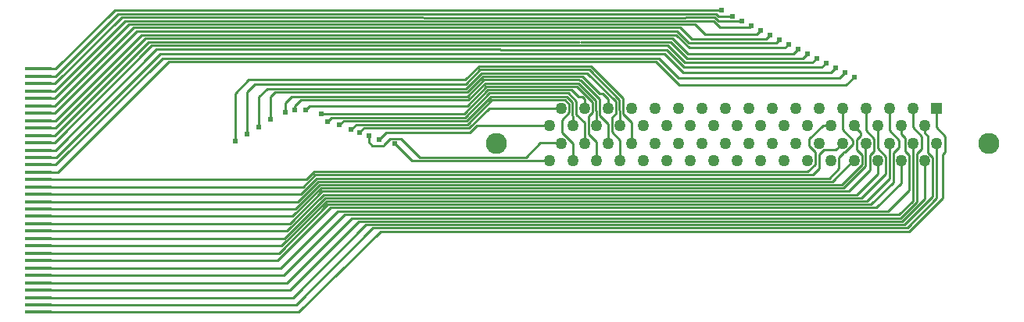
<source format=gbl>
%FSLAX23Y23*%
%MOIN*%
G70*
G01*
G75*
G04 Layer_Physical_Order=2*
G04 Layer_Color=16711680*
%ADD10R,0.118X0.018*%
%ADD11C,0.010*%
%ADD12C,0.050*%
%ADD13R,0.050X0.050*%
%ADD14C,0.090*%
%ADD15C,0.024*%
%ADD16R,0.118X0.018*%
D10*
X9935Y10671D02*
D03*
Y10639D02*
D03*
Y10608D02*
D03*
Y10576D02*
D03*
Y10545D02*
D03*
Y10513D02*
D03*
Y10482D02*
D03*
Y10450D02*
D03*
Y10419D02*
D03*
Y10387D02*
D03*
Y10356D02*
D03*
Y10324D02*
D03*
Y10293D02*
D03*
Y10261D02*
D03*
Y10230D02*
D03*
Y10198D02*
D03*
Y10167D02*
D03*
Y10135D02*
D03*
Y10104D02*
D03*
Y10072D02*
D03*
Y10041D02*
D03*
Y10009D02*
D03*
Y9978D02*
D03*
Y9946D02*
D03*
Y9915D02*
D03*
Y9883D02*
D03*
Y9852D02*
D03*
Y9820D02*
D03*
Y9789D02*
D03*
Y9757D02*
D03*
Y9726D02*
D03*
D11*
X11307Y10461D02*
Y10465D01*
X11324Y10482D01*
X11773D01*
X11858Y10566D01*
X12165D01*
X11141Y10543D02*
X11751D01*
X11853Y10645D01*
X12210D01*
X12238Y10617D01*
X12254D01*
X12265Y10606D01*
Y10566D02*
Y10606D01*
X10925Y10519D02*
Y10616D01*
X10944Y10635D01*
X11764D01*
X11832Y10703D01*
X12254D01*
X12328Y10629D01*
X12342D01*
X12365Y10606D01*
Y10567D02*
Y10606D01*
X9935Y10702D02*
X10008D01*
X10276Y10970D01*
X12215D02*
X12215Y10970D01*
X10276Y10970D02*
X12215D01*
X12215Y10970D02*
X12824D01*
X12835Y10959D01*
X12895D01*
X9935Y10576D02*
X10007D01*
X10342Y10911D01*
X12673D01*
X12721Y10863D01*
X13039D01*
X13055Y10879D01*
X9935Y10450D02*
X10006D01*
X10404Y10848D01*
X12243D01*
X12248Y10849D02*
X12633D01*
X12631D02*
X12701Y10779D01*
X13195D01*
X13215Y10799D01*
X9935Y10324D02*
X10010D01*
X10465Y10779D01*
X12585D01*
X12583D02*
X12665Y10697D01*
X13353D01*
X13375Y10719D01*
X9935Y10198D02*
X9935Y10198D01*
X11054D01*
X11123Y10267D01*
X13309D01*
X13350Y10308D01*
Y10357D01*
X13370Y10379D02*
X13377D01*
X13370Y10377D02*
Y10379D01*
X13350Y10357D02*
X13370Y10377D01*
X13377Y10379D02*
X13410Y10412D01*
Y10430D01*
X13365Y10475D02*
X13410Y10430D01*
X13365Y10475D02*
Y10566D01*
X9935Y10072D02*
X11008D01*
X11146Y10211D01*
X13393D01*
X13391D02*
X13481Y10301D01*
Y10364D01*
X13500Y10383D01*
Y10437D01*
X13465Y10472D02*
X13500Y10437D01*
X13465Y10472D02*
Y10566D01*
X9935Y9946D02*
X10961D01*
X11170Y10155D01*
X13487D01*
X13581Y10249D01*
Y10375D01*
X13606Y10400D01*
Y10430D01*
X13565Y10471D02*
X13606Y10430D01*
X13565Y10471D02*
Y10570D01*
X9929Y9820D02*
X10995D01*
X11272Y10097D01*
X13613D01*
X13681Y10165D01*
Y10371D01*
X13703Y10393D01*
Y10446D01*
X13665Y10484D02*
X13703Y10446D01*
X13665Y10484D02*
Y10568D01*
X11389Y10432D02*
X11390Y10431D01*
X11420Y10461D01*
X11774D01*
X11804Y10491D01*
X12115D01*
X11220Y10494D02*
X11238Y10512D01*
X11761D01*
X11865Y10616D01*
X12188D01*
X12213Y10591D01*
Y10534D02*
Y10591D01*
Y10534D02*
X12215Y10532D01*
Y10491D02*
Y10532D01*
X11030Y10559D02*
Y10575D01*
X11056Y10601D01*
X11769D01*
X11841Y10673D01*
X12238D01*
X12313Y10598D01*
Y10557D02*
Y10598D01*
Y10557D02*
X12315Y10555D01*
Y10490D02*
Y10555D01*
X10825Y10454D02*
Y10636D01*
X10858Y10669D01*
X11758D01*
X11820Y10731D01*
X12285D01*
X12413Y10603D01*
Y10558D02*
X12414Y10557D01*
X12413Y10558D02*
Y10603D01*
X12414Y10490D02*
Y10557D01*
X9935Y10639D02*
X10005D01*
X10305Y10939D01*
X12815D01*
X12841Y10913D01*
X12969D02*
X12975Y10919D01*
X12841Y10913D02*
X12969D01*
X9935Y10513D02*
X10009D01*
X10376Y10880D01*
X12655D01*
X12711Y10824D01*
X13120D01*
X13135Y10839D01*
X9935Y10387D02*
X10008D01*
X10440Y10819D01*
X10858D01*
X11502Y10819D02*
X11503Y10818D01*
X10859Y10819D02*
X11502D01*
X11503Y10818D02*
X11907D01*
Y10817D02*
X12614D01*
X12690Y10741D01*
X13277D01*
X13295Y10759D01*
X9935Y10261D02*
X11078D01*
X11112Y10295D01*
X13217D01*
X13249Y10327D01*
Y10378D01*
X13223Y10404D02*
X13249Y10378D01*
X13223Y10404D02*
Y10434D01*
X13281Y10491D01*
X13315D01*
X9935Y10135D02*
X11031D01*
X11135Y10239D01*
X13363D01*
X13449Y10325D01*
Y10366D01*
X13427Y10388D02*
X13449Y10366D01*
X13427Y10388D02*
Y10432D01*
X13443Y10448D01*
Y10463D01*
X13442D02*
X13443D01*
X13415Y10490D02*
X13442Y10463D01*
X9935Y10009D02*
X10984D01*
X11158Y10183D01*
X13446D01*
X13550Y10287D01*
Y10360D01*
X13515Y10395D02*
X13550Y10360D01*
X13515Y10395D02*
Y10494D01*
X9929Y9883D02*
X10969D01*
X11212Y10126D01*
X13560D01*
X13649Y10215D01*
Y10365D01*
X13631Y10383D02*
X13649Y10365D01*
X13631Y10383D02*
Y10439D01*
X13615Y10455D02*
X13631Y10439D01*
X13615Y10455D02*
Y10491D01*
X11345Y10421D02*
Y10448D01*
Y10421D02*
X11360Y10406D01*
X11410Y10408D02*
Y10409D01*
X11360Y10406D02*
X11408D01*
X11410Y10408D01*
Y10409D02*
X11437Y10436D01*
X11482D01*
X11561Y10357D01*
X12015D01*
X12076Y10418D01*
X12165D01*
X11170Y10509D02*
X11187Y10526D01*
X11755D01*
X11860Y10631D01*
X12195D01*
X12229Y10597D01*
Y10540D02*
Y10597D01*
Y10540D02*
X12265Y10504D01*
Y10415D02*
Y10504D01*
X10990Y10549D02*
Y10590D01*
X11017Y10617D01*
X11766D01*
X11837Y10688D01*
X12243Y10687D02*
X12249D01*
X12242Y10688D02*
X12243Y10687D01*
X11837Y10688D02*
X12242D01*
X12249Y10687D02*
X12330Y10606D01*
Y10536D02*
Y10606D01*
Y10536D02*
X12366Y10500D01*
Y10415D02*
Y10500D01*
X10774Y10426D02*
Y10629D01*
X10833Y10688D01*
X11757D01*
X11814Y10745D01*
X12292D01*
X12428Y10609D01*
Y10541D02*
Y10609D01*
Y10541D02*
X12465Y10504D01*
Y10415D02*
Y10504D01*
X9935Y10734D02*
X10010D01*
X10261Y10985D01*
X12850Y10984D01*
X9935Y10608D02*
X10004D01*
X10321Y10925D01*
X12737D01*
X12779Y10883D01*
X12999D01*
X13015Y10899D01*
X9935Y10482D02*
X10008D01*
X10391Y10865D01*
X12241D02*
X12241Y10865D01*
X10391Y10865D02*
X12241D01*
X12241Y10865D02*
X12641D01*
X12640D02*
X12705Y10800D01*
X13156D01*
X13175Y10819D01*
X9935Y10356D02*
X10012D01*
X10455Y10799D01*
X12605D01*
X12604Y10800D02*
X12686Y10718D01*
X13314D01*
X13335Y10739D01*
X9935Y10230D02*
X11066D01*
X11117Y10281D01*
X13239D01*
X13266Y10308D01*
Y10368D01*
X13286Y10388D01*
X13337D01*
X13365Y10417D01*
X9935Y10104D02*
X11019D01*
X11141Y10225D01*
X13370D01*
X13463Y10318D01*
Y10416D02*
X13465Y10418D01*
X13463Y10318D02*
Y10416D01*
X9935Y9978D02*
X10973D01*
X11164Y10169D01*
X13470D01*
X13565Y10264D01*
Y10418D01*
X9929Y9851D02*
X10982D01*
X11241Y10111D01*
X13606D01*
X13664Y10169D01*
Y10416D02*
X13665Y10417D01*
X13664Y10169D02*
Y10416D01*
X11455Y10414D02*
X11528Y10341D01*
X12116D01*
X11268Y10474D02*
X11291Y10497D01*
X11766D01*
X11870Y10601D01*
X12181D01*
X12199Y10583D01*
Y10548D02*
Y10583D01*
X12168Y10517D02*
X12199Y10548D01*
X12168Y10462D02*
Y10517D01*
Y10462D02*
X12215Y10415D01*
Y10342D02*
Y10415D01*
X11092Y10576D02*
Y10577D01*
X11075Y10559D02*
X11092Y10576D01*
Y10577D02*
X11765D01*
X11847Y10659D01*
X12232D01*
X12299Y10592D01*
Y10550D02*
Y10592D01*
X12281Y10532D02*
X12299Y10550D01*
X12281Y10456D02*
Y10532D01*
Y10456D02*
X12314Y10423D01*
Y10341D02*
Y10423D01*
X10875Y10484D02*
Y10614D01*
X10911Y10650D02*
X10912Y10649D01*
X10875Y10614D02*
X10911Y10650D01*
X10912Y10649D02*
X11758D01*
X11826Y10717D01*
X12276D01*
X12399Y10594D01*
Y10544D02*
Y10594D01*
X12381Y10526D02*
X12399Y10544D01*
X12381Y10464D02*
Y10526D01*
Y10464D02*
X12415Y10430D01*
Y10342D02*
Y10430D01*
X9935Y10671D02*
X10007D01*
X10291Y10955D01*
X10926Y10955D02*
X10928Y10954D01*
X10291Y10955D02*
X10926Y10955D01*
X10928Y10954D02*
X12237Y10953D01*
X12695Y10953D02*
X12696Y10953D01*
X12237Y10953D02*
X12695Y10953D01*
X12695Y10954D02*
X12820D01*
X12836Y10938D01*
X12937D01*
X9935Y10545D02*
X10006D01*
X10357Y10896D01*
X12661D01*
X12659D02*
X12708Y10847D01*
X13083D02*
X13095Y10859D01*
X12708Y10847D02*
X13083D01*
X9935Y10419D02*
X10005D01*
X10420Y10834D01*
X12619D01*
X12618D02*
X12691Y10761D01*
X13237D01*
X13255Y10779D01*
X9935Y10293D02*
X9935Y10293D01*
X9935Y10293D02*
X10019D01*
X10491Y10765D01*
X12569D01*
X12670Y10664D01*
X13380D01*
X13415Y10699D01*
X9935Y10167D02*
X9936Y10166D01*
X11042D01*
X11129Y10253D01*
X13322D01*
X13410Y10342D02*
X13415D01*
X13322Y10253D02*
X13410Y10342D01*
X9935Y10041D02*
X10996D01*
X11152Y10197D01*
X13425D01*
X13515Y10287D01*
Y10342D01*
X9929Y9914D02*
X10956D01*
X11182Y10141D01*
X13509D01*
X13615Y10247D01*
Y10342D01*
X9929Y9788D02*
X11008D01*
X11303Y10083D01*
X13619D01*
X13715Y10179D01*
Y10342D01*
X9929Y9694D02*
X11047D01*
X11394Y10040D01*
X13650D01*
X13793Y10183D01*
Y10368D01*
X13803Y10378D01*
Y10446D01*
X13764Y10485D02*
X13803Y10446D01*
X13764Y10485D02*
Y10569D01*
X9929Y9757D02*
X11021D01*
X11333Y10069D01*
X13630D01*
X13749Y10188D01*
Y10356D01*
X13730Y10375D02*
X13749Y10356D01*
X13730Y10375D02*
Y10446D01*
X13715Y10461D02*
X13730Y10446D01*
X13715Y10461D02*
Y10491D01*
X9929Y9725D02*
X11034D01*
X11363Y10055D01*
X13641D01*
X13767Y10181D01*
X13765Y10417D02*
X13767Y10415D01*
Y10181D02*
Y10415D01*
D12*
X12115Y10342D02*
D03*
Y10491D02*
D03*
X12165Y10417D02*
D03*
Y10566D02*
D03*
X12215Y10342D02*
D03*
Y10491D02*
D03*
X12265Y10417D02*
D03*
Y10566D02*
D03*
X12314Y10341D02*
D03*
X12315Y10491D02*
D03*
X12365Y10417D02*
D03*
Y10566D02*
D03*
X12415Y10342D02*
D03*
Y10491D02*
D03*
X12465Y10417D02*
D03*
Y10566D02*
D03*
X12515Y10342D02*
D03*
Y10491D02*
D03*
X12565Y10417D02*
D03*
Y10566D02*
D03*
X12615Y10342D02*
D03*
Y10491D02*
D03*
X12665Y10417D02*
D03*
Y10566D02*
D03*
X12715Y10342D02*
D03*
Y10491D02*
D03*
X12765Y10417D02*
D03*
Y10566D02*
D03*
X12815Y10342D02*
D03*
Y10491D02*
D03*
X12865Y10417D02*
D03*
Y10566D02*
D03*
X12915Y10342D02*
D03*
Y10491D02*
D03*
X12965Y10417D02*
D03*
Y10566D02*
D03*
X13015Y10342D02*
D03*
Y10491D02*
D03*
X13065Y10417D02*
D03*
Y10566D02*
D03*
X13115Y10342D02*
D03*
Y10491D02*
D03*
X13165Y10417D02*
D03*
Y10566D02*
D03*
X13215Y10342D02*
D03*
Y10491D02*
D03*
X13265Y10417D02*
D03*
Y10566D02*
D03*
X13315Y10342D02*
D03*
Y10491D02*
D03*
X13365Y10417D02*
D03*
Y10566D02*
D03*
X13415Y10342D02*
D03*
Y10491D02*
D03*
X13465Y10417D02*
D03*
Y10566D02*
D03*
X13515Y10342D02*
D03*
Y10491D02*
D03*
X13565Y10417D02*
D03*
Y10566D02*
D03*
X13615Y10342D02*
D03*
Y10491D02*
D03*
X13665Y10417D02*
D03*
Y10566D02*
D03*
X13715Y10342D02*
D03*
Y10491D02*
D03*
X13765Y10417D02*
D03*
D13*
Y10566D02*
D03*
D14*
X13990Y10416D02*
D03*
X11890D02*
D03*
D15*
X11307Y10461D02*
D03*
X11141Y10543D02*
D03*
X10925Y10519D02*
D03*
X12895Y10959D02*
D03*
X13055Y10879D02*
D03*
X13215Y10799D02*
D03*
X13375Y10719D02*
D03*
X11389Y10432D02*
D03*
X11220Y10494D02*
D03*
X11030Y10559D02*
D03*
X10825Y10454D02*
D03*
X12975Y10919D02*
D03*
X13135Y10839D02*
D03*
X13295Y10759D02*
D03*
X11345Y10448D02*
D03*
X11170Y10509D02*
D03*
X10990Y10549D02*
D03*
X10774Y10426D02*
D03*
X12850Y10984D02*
D03*
X13015Y10899D02*
D03*
X13175Y10819D02*
D03*
X13335Y10739D02*
D03*
X11455Y10414D02*
D03*
X11268Y10474D02*
D03*
X11075Y10559D02*
D03*
X10875Y10484D02*
D03*
X12937Y10938D02*
D03*
X13095Y10859D02*
D03*
X13255Y10779D02*
D03*
X13415Y10699D02*
D03*
D16*
X9935Y10734D02*
D03*
Y10702D02*
D03*
Y9694D02*
D03*
M02*

</source>
